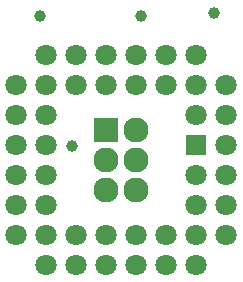
<source format=gbs>
%TF.GenerationSoftware,KiCad,Pcbnew,4.0.2+dfsg1-stable*%
%TF.CreationDate,2018-12-23T01:09:08+01:00*%
%TF.ProjectId,A1200MPU-Adapter,41313230304D50552D41646170746572,rev?*%
%TF.FileFunction,Soldermask,Bot*%
%FSLAX46Y46*%
G04 Gerber Fmt 4.6, Leading zero omitted, Abs format (unit mm)*
G04 Created by KiCad (PCBNEW 4.0.2+dfsg1-stable) date Sun 23 Dec 2018 01:09:08 CET*
%MOMM*%
G01*
G04 APERTURE LIST*
%ADD10C,0.100000*%
%ADD11R,1.797000X1.797000*%
%ADD12C,1.797000*%
%ADD13R,2.127200X2.127200*%
%ADD14O,2.127200X2.127200*%
%ADD15C,1.000000*%
G04 APERTURE END LIST*
D10*
D11*
X153670000Y-102870000D03*
D12*
X156210000Y-105410000D03*
X153670000Y-105410000D03*
X156210000Y-107950000D03*
X153670000Y-107950000D03*
X156210000Y-110490000D03*
X153670000Y-113030000D03*
X153670000Y-110490000D03*
X151130000Y-113030000D03*
X151130000Y-110490000D03*
X148590000Y-113030000D03*
X148590000Y-110490000D03*
X146050000Y-113030000D03*
X146050000Y-110490000D03*
X143510000Y-113030000D03*
X143510000Y-110490000D03*
X140970000Y-113030000D03*
X138430000Y-110490000D03*
X140970000Y-110490000D03*
X138430000Y-107950000D03*
X140970000Y-107950000D03*
X138430000Y-105410000D03*
X140970000Y-105410000D03*
X138430000Y-102870000D03*
X140970000Y-102870000D03*
X138430000Y-100330000D03*
X140970000Y-100330000D03*
X138430000Y-97790000D03*
X140970000Y-95250000D03*
X140970000Y-97790000D03*
X143510000Y-95250000D03*
X143510000Y-97790000D03*
X146050000Y-95250000D03*
X146050000Y-97790000D03*
X148590000Y-95250000D03*
X148590000Y-97790000D03*
X151130000Y-95250000D03*
X151130000Y-97790000D03*
X153670000Y-95250000D03*
X156210000Y-97790000D03*
X153670000Y-97790000D03*
X156210000Y-100330000D03*
X153670000Y-100330000D03*
X156210000Y-102870000D03*
D13*
X146050000Y-101600000D03*
D14*
X148590000Y-101600000D03*
X146050000Y-104140000D03*
X148590000Y-104140000D03*
X146050000Y-106680000D03*
X148590000Y-106680000D03*
D15*
X140462000Y-91948000D03*
X155194000Y-91694000D03*
X148971000Y-91948000D03*
X143129000Y-102997000D03*
M02*

</source>
